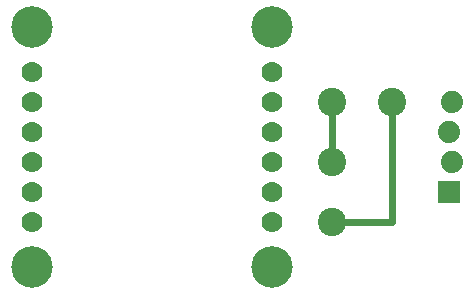
<source format=gtl>
G04 MADE WITH FRITZING*
G04 WWW.FRITZING.ORG*
G04 DOUBLE SIDED*
G04 HOLES PLATED*
G04 CONTOUR ON CENTER OF CONTOUR VECTOR*
%ASAXBY*%
%FSLAX23Y23*%
%MOIN*%
%OFA0B0*%
%SFA1.0B1.0*%
%ADD10C,0.138425*%
%ADD11C,0.070000*%
%ADD12C,0.074000*%
%ADD13C,0.094488*%
%ADD14C,0.024000*%
%ADD15R,0.001000X0.001000*%
%LNCOPPER1*%
G90*
G70*
G54D10*
X1300Y151D03*
X500Y151D03*
G54D11*
X1300Y301D03*
X1300Y401D03*
X1300Y501D03*
X1300Y601D03*
X1300Y701D03*
X1300Y801D03*
X500Y301D03*
X500Y401D03*
X500Y501D03*
G54D10*
X1300Y951D03*
G54D11*
X500Y601D03*
G54D10*
X500Y951D03*
G54D11*
X500Y701D03*
X500Y801D03*
G54D12*
X1890Y401D03*
X1900Y501D03*
X1890Y601D03*
X1900Y701D03*
X1890Y401D03*
X1900Y501D03*
X1890Y601D03*
X1900Y701D03*
G54D13*
X1700Y701D03*
X1500Y701D03*
X1500Y301D03*
X1500Y501D03*
G54D14*
X1701Y301D02*
X1527Y301D01*
D02*
X1700Y674D02*
X1701Y301D01*
D02*
X1500Y674D02*
X1500Y528D01*
G54D15*
X1853Y439D02*
X1926Y439D01*
X1853Y438D02*
X1926Y438D01*
X1853Y437D02*
X1926Y437D01*
X1853Y436D02*
X1926Y436D01*
X1853Y435D02*
X1926Y435D01*
X1853Y434D02*
X1926Y434D01*
X1853Y433D02*
X1926Y433D01*
X1853Y432D02*
X1926Y432D01*
X1853Y431D02*
X1926Y431D01*
X1853Y430D02*
X1926Y430D01*
X1853Y429D02*
X1926Y429D01*
X1853Y428D02*
X1926Y428D01*
X1853Y427D02*
X1926Y427D01*
X1853Y426D02*
X1926Y426D01*
X1853Y425D02*
X1926Y425D01*
X1853Y424D02*
X1926Y424D01*
X1853Y423D02*
X1926Y423D01*
X1853Y422D02*
X1886Y422D01*
X1894Y422D02*
X1926Y422D01*
X1853Y421D02*
X1882Y421D01*
X1897Y421D02*
X1926Y421D01*
X1853Y420D02*
X1880Y420D01*
X1899Y420D02*
X1926Y420D01*
X1853Y419D02*
X1878Y419D01*
X1901Y419D02*
X1926Y419D01*
X1853Y418D02*
X1877Y418D01*
X1902Y418D02*
X1926Y418D01*
X1853Y417D02*
X1876Y417D01*
X1904Y417D02*
X1926Y417D01*
X1853Y416D02*
X1875Y416D01*
X1905Y416D02*
X1926Y416D01*
X1853Y415D02*
X1874Y415D01*
X1906Y415D02*
X1926Y415D01*
X1853Y414D02*
X1873Y414D01*
X1906Y414D02*
X1926Y414D01*
X1853Y413D02*
X1872Y413D01*
X1907Y413D02*
X1926Y413D01*
X1853Y412D02*
X1872Y412D01*
X1908Y412D02*
X1926Y412D01*
X1853Y411D02*
X1871Y411D01*
X1908Y411D02*
X1926Y411D01*
X1853Y410D02*
X1871Y410D01*
X1909Y410D02*
X1926Y410D01*
X1853Y409D02*
X1870Y409D01*
X1909Y409D02*
X1926Y409D01*
X1853Y408D02*
X1870Y408D01*
X1909Y408D02*
X1926Y408D01*
X1853Y407D02*
X1870Y407D01*
X1910Y407D02*
X1926Y407D01*
X1853Y406D02*
X1870Y406D01*
X1910Y406D02*
X1926Y406D01*
X1853Y405D02*
X1869Y405D01*
X1910Y405D02*
X1926Y405D01*
X1853Y404D02*
X1869Y404D01*
X1910Y404D02*
X1926Y404D01*
X1853Y403D02*
X1869Y403D01*
X1910Y403D02*
X1926Y403D01*
X1853Y402D02*
X1869Y402D01*
X1910Y402D02*
X1926Y402D01*
X1853Y401D02*
X1869Y401D01*
X1910Y401D02*
X1926Y401D01*
X1853Y400D02*
X1869Y400D01*
X1910Y400D02*
X1926Y400D01*
X1853Y399D02*
X1870Y399D01*
X1910Y399D02*
X1926Y399D01*
X1853Y398D02*
X1870Y398D01*
X1910Y398D02*
X1926Y398D01*
X1853Y397D02*
X1870Y397D01*
X1909Y397D02*
X1926Y397D01*
X1853Y396D02*
X1870Y396D01*
X1909Y396D02*
X1926Y396D01*
X1853Y395D02*
X1871Y395D01*
X1909Y395D02*
X1926Y395D01*
X1853Y394D02*
X1871Y394D01*
X1908Y394D02*
X1926Y394D01*
X1853Y393D02*
X1872Y393D01*
X1908Y393D02*
X1926Y393D01*
X1853Y392D02*
X1872Y392D01*
X1907Y392D02*
X1926Y392D01*
X1853Y391D02*
X1873Y391D01*
X1907Y391D02*
X1926Y391D01*
X1853Y390D02*
X1874Y390D01*
X1906Y390D02*
X1926Y390D01*
X1853Y389D02*
X1874Y389D01*
X1905Y389D02*
X1926Y389D01*
X1853Y388D02*
X1875Y388D01*
X1904Y388D02*
X1926Y388D01*
X1853Y387D02*
X1877Y387D01*
X1903Y387D02*
X1926Y387D01*
X1853Y386D02*
X1878Y386D01*
X1902Y386D02*
X1926Y386D01*
X1853Y385D02*
X1879Y385D01*
X1900Y385D02*
X1926Y385D01*
X1853Y384D02*
X1881Y384D01*
X1898Y384D02*
X1926Y384D01*
X1853Y383D02*
X1885Y383D01*
X1895Y383D02*
X1926Y383D01*
X1853Y382D02*
X1926Y382D01*
X1853Y381D02*
X1926Y381D01*
X1853Y380D02*
X1926Y380D01*
X1853Y379D02*
X1926Y379D01*
X1853Y378D02*
X1926Y378D01*
X1853Y377D02*
X1926Y377D01*
X1853Y376D02*
X1926Y376D01*
X1853Y375D02*
X1926Y375D01*
X1853Y374D02*
X1926Y374D01*
X1853Y373D02*
X1926Y373D01*
X1853Y372D02*
X1926Y372D01*
X1853Y371D02*
X1926Y371D01*
X1853Y370D02*
X1926Y370D01*
X1853Y369D02*
X1926Y369D01*
X1853Y368D02*
X1926Y368D01*
X1853Y367D02*
X1926Y367D01*
X1853Y366D02*
X1926Y366D01*
D02*
G04 End of Copper1*
M02*
</source>
